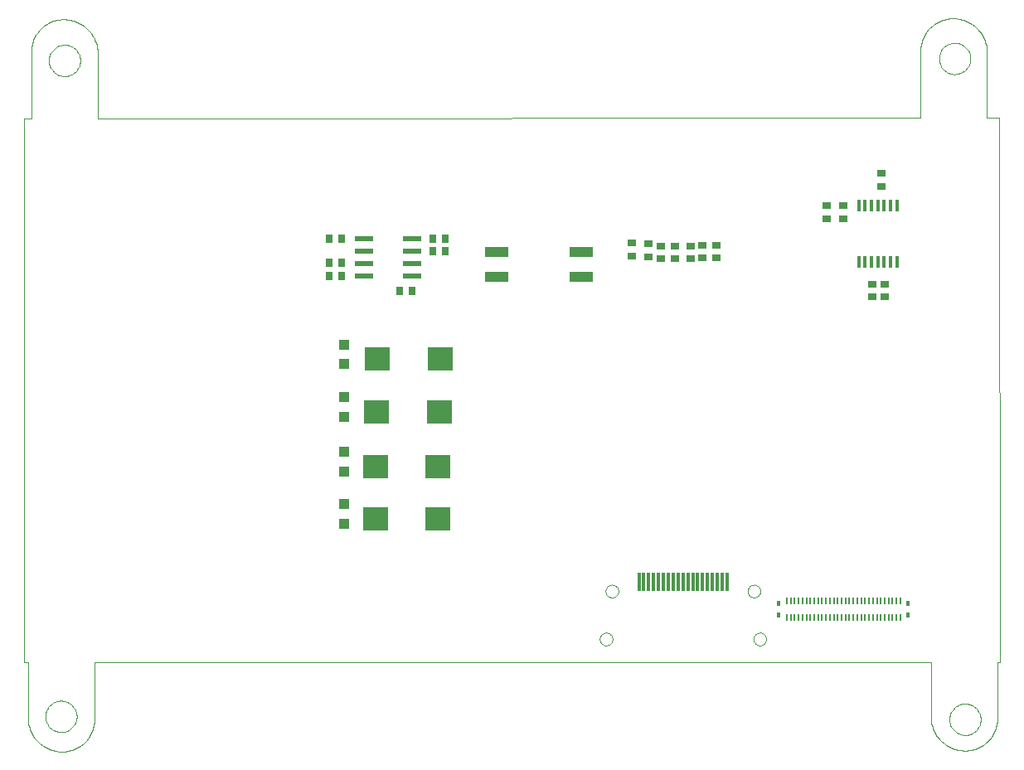
<source format=gbp>
G75*
G70*
%OFA0B0*%
%FSLAX24Y24*%
%IPPOS*%
%LPD*%
%AMOC8*
5,1,8,0,0,1.08239X$1,22.5*
%
%ADD10C,0.0000*%
%ADD11R,0.0780X0.0210*%
%ADD12R,0.0276X0.0354*%
%ADD13R,0.0961X0.0445*%
%ADD14R,0.0394X0.0394*%
%ADD15R,0.1024X0.0945*%
%ADD16R,0.0091X0.0256*%
%ADD17R,0.0177X0.0209*%
%ADD18R,0.0118X0.0748*%
%ADD19R,0.0354X0.0276*%
%ADD20R,0.0118X0.0472*%
D10*
X001652Y000107D02*
X001722Y000109D01*
X001792Y000115D01*
X001862Y000124D01*
X001931Y000137D01*
X002000Y000154D01*
X002067Y000175D01*
X002133Y000199D01*
X002197Y000227D01*
X002260Y000258D01*
X002322Y000293D01*
X002381Y000331D01*
X002438Y000372D01*
X002493Y000416D01*
X002545Y000463D01*
X002595Y000513D01*
X002642Y000565D01*
X002686Y000620D01*
X002727Y000677D01*
X002765Y000736D01*
X002800Y000798D01*
X002831Y000861D01*
X002859Y000925D01*
X002883Y000991D01*
X002904Y001058D01*
X002921Y001127D01*
X002934Y001196D01*
X002943Y001266D01*
X002949Y001336D01*
X002951Y001406D01*
X002951Y003690D01*
X036573Y003690D01*
X036573Y001524D01*
X036575Y001452D01*
X036581Y001380D01*
X036590Y001308D01*
X036603Y001237D01*
X036620Y001167D01*
X036640Y001098D01*
X036665Y001030D01*
X036692Y000964D01*
X036723Y000898D01*
X036758Y000835D01*
X036795Y000773D01*
X036836Y000714D01*
X036880Y000657D01*
X036927Y000602D01*
X036977Y000550D01*
X037029Y000500D01*
X037084Y000453D01*
X037141Y000409D01*
X037200Y000368D01*
X037262Y000331D01*
X037325Y000296D01*
X037391Y000265D01*
X037457Y000238D01*
X037525Y000213D01*
X037594Y000193D01*
X037664Y000176D01*
X037735Y000163D01*
X037807Y000154D01*
X037879Y000148D01*
X037951Y000146D01*
X037321Y001406D02*
X037323Y001456D01*
X037329Y001506D01*
X037339Y001555D01*
X037353Y001603D01*
X037370Y001650D01*
X037391Y001695D01*
X037416Y001739D01*
X037444Y001780D01*
X037476Y001819D01*
X037510Y001856D01*
X037547Y001890D01*
X037587Y001920D01*
X037629Y001947D01*
X037673Y001971D01*
X037719Y001992D01*
X037766Y002008D01*
X037814Y002021D01*
X037864Y002030D01*
X037913Y002035D01*
X037964Y002036D01*
X038014Y002033D01*
X038063Y002026D01*
X038112Y002015D01*
X038160Y002000D01*
X038206Y001982D01*
X038251Y001960D01*
X038294Y001934D01*
X038335Y001905D01*
X038374Y001873D01*
X038410Y001838D01*
X038442Y001800D01*
X038472Y001760D01*
X038499Y001717D01*
X038522Y001673D01*
X038541Y001627D01*
X038557Y001579D01*
X038569Y001530D01*
X038577Y001481D01*
X038581Y001431D01*
X038581Y001381D01*
X038577Y001331D01*
X038569Y001282D01*
X038557Y001233D01*
X038541Y001185D01*
X038522Y001139D01*
X038499Y001095D01*
X038472Y001052D01*
X038442Y001012D01*
X038410Y000974D01*
X038374Y000939D01*
X038335Y000907D01*
X038294Y000878D01*
X038251Y000852D01*
X038206Y000830D01*
X038160Y000812D01*
X038112Y000797D01*
X038063Y000786D01*
X038014Y000779D01*
X037964Y000776D01*
X037913Y000777D01*
X037864Y000782D01*
X037814Y000791D01*
X037766Y000804D01*
X037719Y000820D01*
X037673Y000841D01*
X037629Y000865D01*
X037587Y000892D01*
X037547Y000922D01*
X037510Y000956D01*
X037476Y000993D01*
X037444Y001032D01*
X037416Y001073D01*
X037391Y001117D01*
X037370Y001162D01*
X037353Y001209D01*
X037339Y001257D01*
X037329Y001306D01*
X037323Y001356D01*
X037321Y001406D01*
X037951Y000147D02*
X038021Y000149D01*
X038091Y000155D01*
X038161Y000164D01*
X038230Y000177D01*
X038299Y000194D01*
X038366Y000215D01*
X038432Y000239D01*
X038496Y000267D01*
X038559Y000298D01*
X038621Y000333D01*
X038680Y000371D01*
X038737Y000412D01*
X038792Y000456D01*
X038844Y000503D01*
X038894Y000553D01*
X038941Y000605D01*
X038985Y000660D01*
X039026Y000717D01*
X039064Y000776D01*
X039099Y000838D01*
X039130Y000901D01*
X039158Y000965D01*
X039182Y001031D01*
X039203Y001098D01*
X039220Y001167D01*
X039233Y001236D01*
X039242Y001306D01*
X039248Y001376D01*
X039250Y001446D01*
X039250Y003690D01*
X039349Y003690D01*
X039329Y025619D01*
X038837Y025619D01*
X038837Y028217D01*
X036907Y027981D02*
X036909Y028031D01*
X036915Y028081D01*
X036925Y028130D01*
X036939Y028178D01*
X036956Y028225D01*
X036977Y028270D01*
X037002Y028314D01*
X037030Y028355D01*
X037062Y028394D01*
X037096Y028431D01*
X037133Y028465D01*
X037173Y028495D01*
X037215Y028522D01*
X037259Y028546D01*
X037305Y028567D01*
X037352Y028583D01*
X037400Y028596D01*
X037450Y028605D01*
X037499Y028610D01*
X037550Y028611D01*
X037600Y028608D01*
X037649Y028601D01*
X037698Y028590D01*
X037746Y028575D01*
X037792Y028557D01*
X037837Y028535D01*
X037880Y028509D01*
X037921Y028480D01*
X037960Y028448D01*
X037996Y028413D01*
X038028Y028375D01*
X038058Y028335D01*
X038085Y028292D01*
X038108Y028248D01*
X038127Y028202D01*
X038143Y028154D01*
X038155Y028105D01*
X038163Y028056D01*
X038167Y028006D01*
X038167Y027956D01*
X038163Y027906D01*
X038155Y027857D01*
X038143Y027808D01*
X038127Y027760D01*
X038108Y027714D01*
X038085Y027670D01*
X038058Y027627D01*
X038028Y027587D01*
X037996Y027549D01*
X037960Y027514D01*
X037921Y027482D01*
X037880Y027453D01*
X037837Y027427D01*
X037792Y027405D01*
X037746Y027387D01*
X037698Y027372D01*
X037649Y027361D01*
X037600Y027354D01*
X037550Y027351D01*
X037499Y027352D01*
X037450Y027357D01*
X037400Y027366D01*
X037352Y027379D01*
X037305Y027395D01*
X037259Y027416D01*
X037215Y027440D01*
X037173Y027467D01*
X037133Y027497D01*
X037096Y027531D01*
X037062Y027568D01*
X037030Y027607D01*
X037002Y027648D01*
X036977Y027692D01*
X036956Y027737D01*
X036939Y027784D01*
X036925Y027832D01*
X036915Y027881D01*
X036909Y027931D01*
X036907Y027981D01*
X037459Y029595D02*
X037531Y029593D01*
X037603Y029587D01*
X037675Y029578D01*
X037746Y029565D01*
X037816Y029548D01*
X037885Y029528D01*
X037953Y029503D01*
X038019Y029476D01*
X038085Y029445D01*
X038148Y029410D01*
X038210Y029373D01*
X038269Y029332D01*
X038326Y029288D01*
X038381Y029241D01*
X038433Y029191D01*
X038483Y029139D01*
X038530Y029084D01*
X038574Y029027D01*
X038615Y028968D01*
X038652Y028906D01*
X038687Y028843D01*
X038718Y028777D01*
X038745Y028711D01*
X038770Y028643D01*
X038790Y028574D01*
X038807Y028504D01*
X038820Y028433D01*
X038829Y028361D01*
X038835Y028289D01*
X038837Y028217D01*
X037459Y029595D02*
X037389Y029593D01*
X037319Y029587D01*
X037249Y029578D01*
X037180Y029565D01*
X037111Y029548D01*
X037044Y029527D01*
X036978Y029503D01*
X036914Y029475D01*
X036851Y029444D01*
X036789Y029409D01*
X036730Y029371D01*
X036673Y029330D01*
X036618Y029286D01*
X036566Y029239D01*
X036516Y029189D01*
X036469Y029137D01*
X036425Y029082D01*
X036384Y029025D01*
X036346Y028966D01*
X036311Y028904D01*
X036280Y028841D01*
X036252Y028777D01*
X036228Y028711D01*
X036207Y028644D01*
X036190Y028575D01*
X036177Y028506D01*
X036168Y028436D01*
X036162Y028366D01*
X036160Y028296D01*
X036160Y025619D01*
X003089Y025580D01*
X003089Y028178D01*
X001120Y027902D02*
X001122Y027952D01*
X001128Y028002D01*
X001138Y028051D01*
X001152Y028099D01*
X001169Y028146D01*
X001190Y028191D01*
X001215Y028235D01*
X001243Y028276D01*
X001275Y028315D01*
X001309Y028352D01*
X001346Y028386D01*
X001386Y028416D01*
X001428Y028443D01*
X001472Y028467D01*
X001518Y028488D01*
X001565Y028504D01*
X001613Y028517D01*
X001663Y028526D01*
X001712Y028531D01*
X001763Y028532D01*
X001813Y028529D01*
X001862Y028522D01*
X001911Y028511D01*
X001959Y028496D01*
X002005Y028478D01*
X002050Y028456D01*
X002093Y028430D01*
X002134Y028401D01*
X002173Y028369D01*
X002209Y028334D01*
X002241Y028296D01*
X002271Y028256D01*
X002298Y028213D01*
X002321Y028169D01*
X002340Y028123D01*
X002356Y028075D01*
X002368Y028026D01*
X002376Y027977D01*
X002380Y027927D01*
X002380Y027877D01*
X002376Y027827D01*
X002368Y027778D01*
X002356Y027729D01*
X002340Y027681D01*
X002321Y027635D01*
X002298Y027591D01*
X002271Y027548D01*
X002241Y027508D01*
X002209Y027470D01*
X002173Y027435D01*
X002134Y027403D01*
X002093Y027374D01*
X002050Y027348D01*
X002005Y027326D01*
X001959Y027308D01*
X001911Y027293D01*
X001862Y027282D01*
X001813Y027275D01*
X001763Y027272D01*
X001712Y027273D01*
X001663Y027278D01*
X001613Y027287D01*
X001565Y027300D01*
X001518Y027316D01*
X001472Y027337D01*
X001428Y027361D01*
X001386Y027388D01*
X001346Y027418D01*
X001309Y027452D01*
X001275Y027489D01*
X001243Y027528D01*
X001215Y027569D01*
X001190Y027613D01*
X001169Y027658D01*
X001152Y027705D01*
X001138Y027753D01*
X001128Y027802D01*
X001122Y027852D01*
X001120Y027902D01*
X001711Y029556D02*
X001783Y029554D01*
X001855Y029548D01*
X001927Y029539D01*
X001998Y029526D01*
X002068Y029509D01*
X002137Y029489D01*
X002205Y029464D01*
X002271Y029437D01*
X002337Y029406D01*
X002400Y029371D01*
X002462Y029334D01*
X002521Y029293D01*
X002578Y029249D01*
X002633Y029202D01*
X002685Y029152D01*
X002735Y029100D01*
X002782Y029045D01*
X002826Y028988D01*
X002867Y028929D01*
X002904Y028867D01*
X002939Y028804D01*
X002970Y028738D01*
X002997Y028672D01*
X003022Y028604D01*
X003042Y028535D01*
X003059Y028465D01*
X003072Y028394D01*
X003081Y028322D01*
X003087Y028250D01*
X003089Y028178D01*
X001711Y029556D02*
X001641Y029554D01*
X001571Y029548D01*
X001501Y029539D01*
X001432Y029526D01*
X001363Y029509D01*
X001296Y029488D01*
X001230Y029464D01*
X001166Y029436D01*
X001103Y029405D01*
X001041Y029370D01*
X000982Y029332D01*
X000925Y029291D01*
X000870Y029247D01*
X000818Y029200D01*
X000768Y029150D01*
X000721Y029098D01*
X000677Y029043D01*
X000636Y028986D01*
X000598Y028927D01*
X000563Y028865D01*
X000532Y028802D01*
X000504Y028738D01*
X000480Y028672D01*
X000459Y028605D01*
X000442Y028536D01*
X000429Y028467D01*
X000420Y028397D01*
X000414Y028327D01*
X000412Y028257D01*
X000411Y028257D02*
X000411Y025580D01*
X000136Y025580D01*
X000136Y003690D01*
X000274Y003690D01*
X000274Y001485D01*
X000982Y001524D02*
X000984Y001574D01*
X000990Y001624D01*
X001000Y001673D01*
X001014Y001721D01*
X001031Y001768D01*
X001052Y001813D01*
X001077Y001857D01*
X001105Y001898D01*
X001137Y001937D01*
X001171Y001974D01*
X001208Y002008D01*
X001248Y002038D01*
X001290Y002065D01*
X001334Y002089D01*
X001380Y002110D01*
X001427Y002126D01*
X001475Y002139D01*
X001525Y002148D01*
X001574Y002153D01*
X001625Y002154D01*
X001675Y002151D01*
X001724Y002144D01*
X001773Y002133D01*
X001821Y002118D01*
X001867Y002100D01*
X001912Y002078D01*
X001955Y002052D01*
X001996Y002023D01*
X002035Y001991D01*
X002071Y001956D01*
X002103Y001918D01*
X002133Y001878D01*
X002160Y001835D01*
X002183Y001791D01*
X002202Y001745D01*
X002218Y001697D01*
X002230Y001648D01*
X002238Y001599D01*
X002242Y001549D01*
X002242Y001499D01*
X002238Y001449D01*
X002230Y001400D01*
X002218Y001351D01*
X002202Y001303D01*
X002183Y001257D01*
X002160Y001213D01*
X002133Y001170D01*
X002103Y001130D01*
X002071Y001092D01*
X002035Y001057D01*
X001996Y001025D01*
X001955Y000996D01*
X001912Y000970D01*
X001867Y000948D01*
X001821Y000930D01*
X001773Y000915D01*
X001724Y000904D01*
X001675Y000897D01*
X001625Y000894D01*
X001574Y000895D01*
X001525Y000900D01*
X001475Y000909D01*
X001427Y000922D01*
X001380Y000938D01*
X001334Y000959D01*
X001290Y000983D01*
X001248Y001010D01*
X001208Y001040D01*
X001171Y001074D01*
X001137Y001111D01*
X001105Y001150D01*
X001077Y001191D01*
X001052Y001235D01*
X001031Y001280D01*
X001014Y001327D01*
X001000Y001375D01*
X000990Y001424D01*
X000984Y001474D01*
X000982Y001524D01*
X000274Y001485D02*
X000276Y001413D01*
X000282Y001341D01*
X000291Y001269D01*
X000304Y001198D01*
X000321Y001128D01*
X000341Y001059D01*
X000366Y000991D01*
X000393Y000925D01*
X000424Y000859D01*
X000459Y000796D01*
X000496Y000734D01*
X000537Y000675D01*
X000581Y000618D01*
X000628Y000563D01*
X000678Y000511D01*
X000730Y000461D01*
X000785Y000414D01*
X000842Y000370D01*
X000901Y000329D01*
X000963Y000292D01*
X001026Y000257D01*
X001092Y000226D01*
X001158Y000199D01*
X001226Y000174D01*
X001295Y000154D01*
X001365Y000137D01*
X001436Y000124D01*
X001508Y000115D01*
X001580Y000109D01*
X001652Y000107D01*
X023266Y004635D02*
X023268Y004666D01*
X023274Y004697D01*
X023283Y004727D01*
X023296Y004756D01*
X023313Y004783D01*
X023333Y004807D01*
X023355Y004829D01*
X023381Y004848D01*
X023408Y004864D01*
X023437Y004876D01*
X023467Y004885D01*
X023498Y004890D01*
X023530Y004891D01*
X023561Y004888D01*
X023592Y004881D01*
X023622Y004871D01*
X023650Y004857D01*
X023676Y004839D01*
X023700Y004819D01*
X023721Y004795D01*
X023740Y004770D01*
X023755Y004742D01*
X023766Y004713D01*
X023774Y004682D01*
X023778Y004651D01*
X023778Y004619D01*
X023774Y004588D01*
X023766Y004557D01*
X023755Y004528D01*
X023740Y004500D01*
X023721Y004475D01*
X023700Y004451D01*
X023676Y004431D01*
X023650Y004413D01*
X023622Y004399D01*
X023592Y004389D01*
X023561Y004382D01*
X023530Y004379D01*
X023498Y004380D01*
X023467Y004385D01*
X023437Y004394D01*
X023408Y004406D01*
X023381Y004422D01*
X023355Y004441D01*
X023333Y004463D01*
X023313Y004487D01*
X023296Y004514D01*
X023283Y004543D01*
X023274Y004573D01*
X023268Y004604D01*
X023266Y004635D01*
X023502Y006564D02*
X023504Y006595D01*
X023510Y006626D01*
X023519Y006656D01*
X023532Y006685D01*
X023549Y006712D01*
X023569Y006736D01*
X023591Y006758D01*
X023617Y006777D01*
X023644Y006793D01*
X023673Y006805D01*
X023703Y006814D01*
X023734Y006819D01*
X023766Y006820D01*
X023797Y006817D01*
X023828Y006810D01*
X023858Y006800D01*
X023886Y006786D01*
X023912Y006768D01*
X023936Y006748D01*
X023957Y006724D01*
X023976Y006699D01*
X023991Y006671D01*
X024002Y006642D01*
X024010Y006611D01*
X024014Y006580D01*
X024014Y006548D01*
X024010Y006517D01*
X024002Y006486D01*
X023991Y006457D01*
X023976Y006429D01*
X023957Y006404D01*
X023936Y006380D01*
X023912Y006360D01*
X023886Y006342D01*
X023858Y006328D01*
X023828Y006318D01*
X023797Y006311D01*
X023766Y006308D01*
X023734Y006309D01*
X023703Y006314D01*
X023673Y006323D01*
X023644Y006335D01*
X023617Y006351D01*
X023591Y006370D01*
X023569Y006392D01*
X023549Y006416D01*
X023532Y006443D01*
X023519Y006472D01*
X023510Y006502D01*
X023504Y006533D01*
X023502Y006564D01*
X029211Y006564D02*
X029213Y006595D01*
X029219Y006626D01*
X029228Y006656D01*
X029241Y006685D01*
X029258Y006712D01*
X029278Y006736D01*
X029300Y006758D01*
X029326Y006777D01*
X029353Y006793D01*
X029382Y006805D01*
X029412Y006814D01*
X029443Y006819D01*
X029475Y006820D01*
X029506Y006817D01*
X029537Y006810D01*
X029567Y006800D01*
X029595Y006786D01*
X029621Y006768D01*
X029645Y006748D01*
X029666Y006724D01*
X029685Y006699D01*
X029700Y006671D01*
X029711Y006642D01*
X029719Y006611D01*
X029723Y006580D01*
X029723Y006548D01*
X029719Y006517D01*
X029711Y006486D01*
X029700Y006457D01*
X029685Y006429D01*
X029666Y006404D01*
X029645Y006380D01*
X029621Y006360D01*
X029595Y006342D01*
X029567Y006328D01*
X029537Y006318D01*
X029506Y006311D01*
X029475Y006308D01*
X029443Y006309D01*
X029412Y006314D01*
X029382Y006323D01*
X029353Y006335D01*
X029326Y006351D01*
X029300Y006370D01*
X029278Y006392D01*
X029258Y006416D01*
X029241Y006443D01*
X029228Y006472D01*
X029219Y006502D01*
X029213Y006533D01*
X029211Y006564D01*
X029447Y004635D02*
X029449Y004666D01*
X029455Y004697D01*
X029464Y004727D01*
X029477Y004756D01*
X029494Y004783D01*
X029514Y004807D01*
X029536Y004829D01*
X029562Y004848D01*
X029589Y004864D01*
X029618Y004876D01*
X029648Y004885D01*
X029679Y004890D01*
X029711Y004891D01*
X029742Y004888D01*
X029773Y004881D01*
X029803Y004871D01*
X029831Y004857D01*
X029857Y004839D01*
X029881Y004819D01*
X029902Y004795D01*
X029921Y004770D01*
X029936Y004742D01*
X029947Y004713D01*
X029955Y004682D01*
X029959Y004651D01*
X029959Y004619D01*
X029955Y004588D01*
X029947Y004557D01*
X029936Y004528D01*
X029921Y004500D01*
X029902Y004475D01*
X029881Y004451D01*
X029857Y004431D01*
X029831Y004413D01*
X029803Y004399D01*
X029773Y004389D01*
X029742Y004382D01*
X029711Y004379D01*
X029679Y004380D01*
X029648Y004385D01*
X029618Y004394D01*
X029589Y004406D01*
X029562Y004422D01*
X029536Y004441D01*
X029514Y004463D01*
X029494Y004487D01*
X029477Y004514D01*
X029464Y004543D01*
X029455Y004573D01*
X029449Y004604D01*
X029447Y004635D01*
D11*
X015732Y019239D03*
X015732Y019739D03*
X015732Y020239D03*
X015732Y020739D03*
X013792Y020739D03*
X013792Y020239D03*
X013792Y019739D03*
X013792Y019239D03*
D12*
X012892Y019241D03*
X012380Y019241D03*
X012380Y019753D03*
X012892Y019753D03*
X012892Y020737D03*
X012380Y020737D03*
X015215Y018650D03*
X015726Y018650D03*
X016553Y020225D03*
X016553Y020737D03*
X017065Y020737D03*
X017065Y020225D03*
D13*
X019132Y020213D03*
X019132Y019213D03*
X022518Y019213D03*
X022518Y020213D03*
D14*
X012990Y016485D03*
X012990Y015698D03*
X012990Y014359D03*
X012990Y013572D03*
X012990Y012154D03*
X012990Y011367D03*
X012990Y010068D03*
X012990Y009280D03*
D15*
X014250Y009477D03*
X014250Y011564D03*
X016770Y011564D03*
X016770Y009477D03*
X016809Y013769D03*
X016849Y015894D03*
X014329Y015894D03*
X014289Y013769D03*
D16*
X030786Y006180D03*
X030943Y006180D03*
X031100Y006180D03*
X031258Y006180D03*
X031415Y006180D03*
X031573Y006180D03*
X031730Y006180D03*
X031888Y006180D03*
X032045Y006180D03*
X032203Y006180D03*
X032360Y006180D03*
X032518Y006180D03*
X032675Y006180D03*
X032833Y006180D03*
X032990Y006180D03*
X033148Y006180D03*
X033305Y006180D03*
X033463Y006180D03*
X033620Y006180D03*
X033778Y006180D03*
X033935Y006180D03*
X034093Y006180D03*
X034250Y006180D03*
X034408Y006180D03*
X034565Y006180D03*
X034723Y006180D03*
X034880Y006180D03*
X035037Y006180D03*
X035195Y006180D03*
X035352Y006180D03*
X035352Y005491D03*
X035195Y005491D03*
X035037Y005491D03*
X034880Y005491D03*
X034723Y005491D03*
X034565Y005491D03*
X034408Y005491D03*
X034250Y005491D03*
X034093Y005491D03*
X033935Y005491D03*
X033778Y005491D03*
X033620Y005491D03*
X033463Y005491D03*
X033305Y005491D03*
X033148Y005491D03*
X032990Y005491D03*
X032833Y005491D03*
X032675Y005491D03*
X032518Y005491D03*
X032360Y005491D03*
X032203Y005491D03*
X032045Y005491D03*
X031888Y005491D03*
X031730Y005491D03*
X031573Y005491D03*
X031415Y005491D03*
X031258Y005491D03*
X031100Y005491D03*
X030943Y005491D03*
X030786Y005491D03*
D17*
X030471Y005613D03*
X030471Y006058D03*
X035667Y006058D03*
X035667Y005613D03*
D18*
X028384Y006938D03*
X028187Y006938D03*
X027990Y006938D03*
X027793Y006938D03*
X027597Y006938D03*
X027400Y006938D03*
X027203Y006938D03*
X027006Y006938D03*
X026809Y006938D03*
X026612Y006938D03*
X026415Y006938D03*
X026219Y006938D03*
X026022Y006938D03*
X025825Y006938D03*
X025628Y006938D03*
X025431Y006938D03*
X025234Y006938D03*
X025037Y006938D03*
X024841Y006938D03*
D19*
X034211Y018394D03*
X034723Y018394D03*
X034723Y018906D03*
X034211Y018906D03*
X033069Y021544D03*
X033069Y022056D03*
X032400Y022056D03*
X032400Y021544D03*
X034585Y022843D03*
X034585Y023355D03*
X027951Y020481D03*
X027951Y019969D03*
X027400Y019969D03*
X026927Y019930D03*
X026927Y020442D03*
X027400Y020481D03*
X026297Y020442D03*
X026297Y019930D03*
X025707Y019930D03*
X025234Y020009D03*
X025707Y020442D03*
X025234Y020520D03*
X024565Y020560D03*
X024565Y020048D03*
D20*
X033679Y019792D03*
X033935Y019792D03*
X034191Y019792D03*
X034447Y019792D03*
X034703Y019792D03*
X034959Y019792D03*
X035215Y019792D03*
X035215Y022076D03*
X034959Y022076D03*
X034703Y022076D03*
X034447Y022076D03*
X034191Y022076D03*
X033935Y022076D03*
X033679Y022076D03*
M02*

</source>
